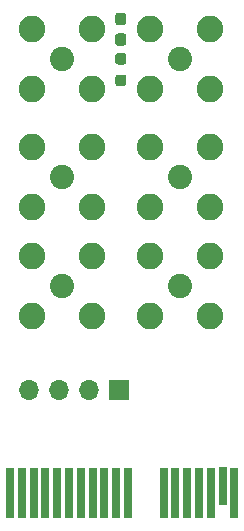
<source format=gts>
G04 #@! TF.GenerationSoftware,KiCad,Pcbnew,5.1.10*
G04 #@! TF.CreationDate,2021-09-17T19:19:20-07:00*
G04 #@! TF.ProjectId,PCIEX1-SMA,50434945-5831-42d5-934d-412e6b696361,rev?*
G04 #@! TF.SameCoordinates,Original*
G04 #@! TF.FileFunction,Soldermask,Top*
G04 #@! TF.FilePolarity,Negative*
%FSLAX46Y46*%
G04 Gerber Fmt 4.6, Leading zero omitted, Abs format (unit mm)*
G04 Created by KiCad (PCBNEW 5.1.10) date 2021-09-17 19:19:20*
%MOMM*%
%LPD*%
G01*
G04 APERTURE LIST*
%ADD10R,1.700000X1.700000*%
%ADD11O,1.700000X1.700000*%
%ADD12C,2.050000*%
%ADD13C,2.250000*%
%ADD14R,0.700000X4.300000*%
%ADD15R,0.700000X3.200000*%
G04 APERTURE END LIST*
G36*
G01*
X150272500Y-75747500D02*
X150747500Y-75747500D01*
G75*
G02*
X150985000Y-75985000I0J-237500D01*
G01*
X150985000Y-76485000D01*
G75*
G02*
X150747500Y-76722500I-237500J0D01*
G01*
X150272500Y-76722500D01*
G75*
G02*
X150035000Y-76485000I0J237500D01*
G01*
X150035000Y-75985000D01*
G75*
G02*
X150272500Y-75747500I237500J0D01*
G01*
G37*
G36*
G01*
X150272500Y-77572500D02*
X150747500Y-77572500D01*
G75*
G02*
X150985000Y-77810000I0J-237500D01*
G01*
X150985000Y-78310000D01*
G75*
G02*
X150747500Y-78547500I-237500J0D01*
G01*
X150272500Y-78547500D01*
G75*
G02*
X150035000Y-78310000I0J237500D01*
G01*
X150035000Y-77810000D01*
G75*
G02*
X150272500Y-77572500I237500J0D01*
G01*
G37*
G36*
G01*
X150747500Y-75135000D02*
X150272500Y-75135000D01*
G75*
G02*
X150035000Y-74897500I0J237500D01*
G01*
X150035000Y-74322500D01*
G75*
G02*
X150272500Y-74085000I237500J0D01*
G01*
X150747500Y-74085000D01*
G75*
G02*
X150985000Y-74322500I0J-237500D01*
G01*
X150985000Y-74897500D01*
G75*
G02*
X150747500Y-75135000I-237500J0D01*
G01*
G37*
G36*
G01*
X150747500Y-73385000D02*
X150272500Y-73385000D01*
G75*
G02*
X150035000Y-73147500I0J237500D01*
G01*
X150035000Y-72572500D01*
G75*
G02*
X150272500Y-72335000I237500J0D01*
G01*
X150747500Y-72335000D01*
G75*
G02*
X150985000Y-72572500I0J-237500D01*
G01*
X150985000Y-73147500D01*
G75*
G02*
X150747500Y-73385000I-237500J0D01*
G01*
G37*
D10*
X150350000Y-104300000D03*
D11*
X147810000Y-104300000D03*
X145270000Y-104300000D03*
X142730000Y-104300000D03*
D12*
X155510000Y-76250000D03*
D13*
X158050000Y-78790000D03*
X158050000Y-73710000D03*
X152970000Y-73710000D03*
X152970000Y-78790000D03*
D12*
X155510000Y-95460000D03*
D13*
X158050000Y-98000000D03*
X158050000Y-92920000D03*
X152970000Y-92920000D03*
X152970000Y-98000000D03*
D12*
X145510000Y-76250000D03*
D13*
X148050000Y-78790000D03*
X148050000Y-73710000D03*
X142970000Y-73710000D03*
X142970000Y-78790000D03*
D12*
X155510000Y-86250000D03*
D13*
X158050000Y-88790000D03*
X158050000Y-83710000D03*
X152970000Y-83710000D03*
X152970000Y-88790000D03*
D12*
X145510000Y-86250000D03*
D13*
X148050000Y-88790000D03*
X148050000Y-83710000D03*
X142970000Y-83710000D03*
X142970000Y-88790000D03*
D12*
X145510000Y-95460000D03*
D13*
X148050000Y-98000000D03*
X148050000Y-92920000D03*
X142970000Y-92920000D03*
X142970000Y-98000000D03*
D14*
X155130000Y-112990000D03*
X154130000Y-112990000D03*
X160130000Y-112990000D03*
D15*
X159130000Y-112440000D03*
D14*
X158130000Y-112990000D03*
X157130000Y-112990000D03*
X156130000Y-112990000D03*
X151130000Y-112990000D03*
X150130000Y-112990000D03*
X149130000Y-112990000D03*
X148130000Y-112990000D03*
X147130000Y-112990000D03*
X146130000Y-112990000D03*
X145130000Y-112990000D03*
X144130000Y-112990000D03*
X143130000Y-112990000D03*
X142130000Y-112990000D03*
X141130000Y-112990000D03*
M02*

</source>
